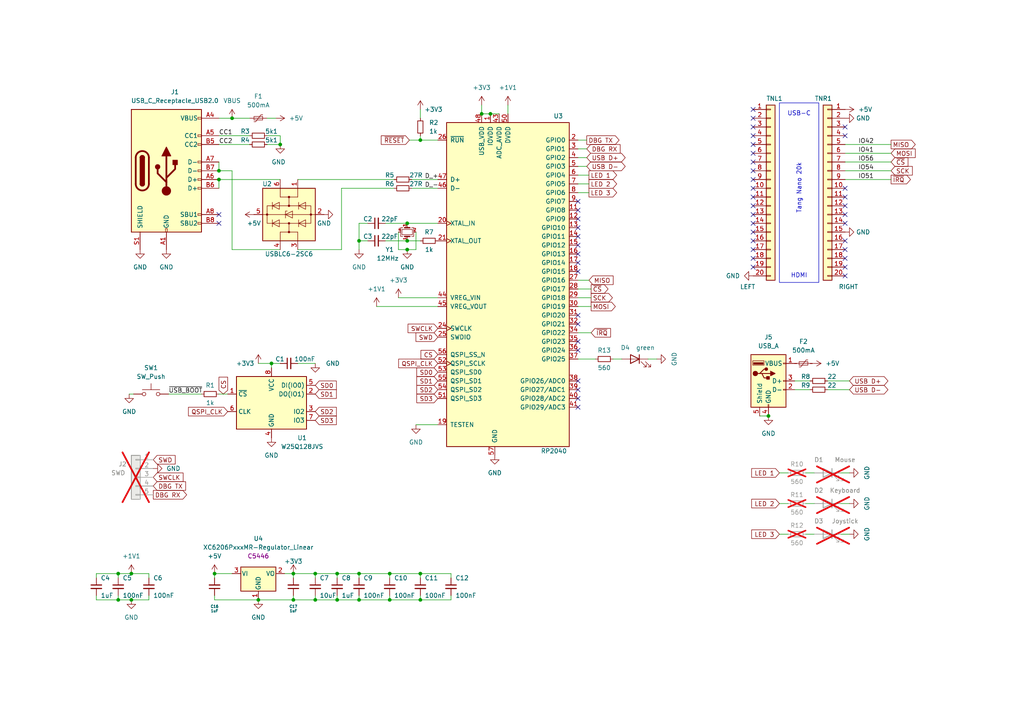
<source format=kicad_sch>
(kicad_sch (version 20250114) (generator "eeschema") (generator_version "9.0")
  (paper "A4")
  (title_block (title "MiSTeryShield Lite") (date "2025-05-14") (rev "1.0") (company "Till Harbaum"))
  (lib_symbols
    (symbol "Connector:USB_A" (pin_names (offset 1.016))
      (property "Reference" "J" (at -5.08 11.43 0))
      (property "Value" "USB_A" (at -5.08 8.89 0))
      (symbol "USB_A_1_1"
        (pin passive line (at -2.54 -10.16 90) (length 2.54) (name "Shield") (number "5"))
        (pin power_in line (at 0 -10.16 90) (length 2.54) (name "GND") (number "4"))
        (pin power_in line (at 7.62 5.08 180) (length 2.54) (name "VBUS") (number "1"))
        (pin bidirectional line (at 7.62 0 180) (length 2.54) (name "D+") (number "3"))
        (pin bidirectional line (at 7.62 -2.54 180) (length 2.54) (name "D-") (number "2"))
      )
    )
    (symbol "Connector:USB_C_Receptacle_USB2.0" (pin_names (offset 1.016))
      (property "Reference" "J" (at -10.16 19.05 0))
      (property "Value" "USB_C_Receptacle_USB2.0" (at 19.05 19.05 0))
      (symbol "USB_C_Receptacle_USB2.0_1_1"
        (pin passive line (at -7.62 -22.86 90) (length 5.08) (name "SHIELD") (number "S1"))
        (pin passive line (at 0 -22.86 90) (length 5.08) (name "GND") (number "A1"))
        (pin passive line (at 0 -22.86 90) (length 5.08) (hide yes) (name "GND") (number "A12"))
        (pin passive line (at 0 -22.86 90) (length 5.08) (hide yes) (name "GND") (number "B1"))
        (pin passive line (at 0 -22.86 90) (length 5.08) (hide yes) (name "GND") (number "B12"))
        (pin passive line (at 15.24 15.24 180) (length 5.08) (name "VBUS") (number "A4"))
        (pin passive line (at 15.24 15.24 180) (length 5.08) (hide yes) (name "VBUS") (number "A9"))
        (pin passive line (at 15.24 15.24 180) (length 5.08) (hide yes) (name "VBUS") (number "B4"))
        (pin passive line (at 15.24 15.24 180) (length 5.08) (hide yes) (name "VBUS") (number "B9"))
        (pin bidirectional line (at 15.24 10.16 180) (length 5.08) (name "CC1") (number "A5"))
        (pin bidirectional line (at 15.24 7.62 180) (length 5.08) (name "CC2") (number "B5"))
        (pin bidirectional line (at 15.24 2.54 180) (length 5.08) (name "D-") (number "A7"))
        (pin bidirectional line (at 15.24 0 180) (length 5.08) (name "D-") (number "B7"))
        (pin bidirectional line (at 15.24 -2.54 180) (length 5.08) (name "D+") (number "A6"))
        (pin bidirectional line (at 15.24 -5.08 180) (length 5.08) (name "D+") (number "B6"))
        (pin bidirectional line (at 15.24 -12.7 180) (length 5.08) (name "SBU1") (number "A8"))
        (pin bidirectional line (at 15.24 -15.24 180) (length 5.08) (name "SBU2") (number "B8"))
      )
    )
    (symbol "Connector_Generic:Conn_01x05" (pin_names (offset 1.016) (hide yes))
      (property "Reference" "J" (at 0 7.62 0))
      (property "Value" "Conn_01x05" (at 0 -7.62 0))
      (symbol "Conn_01x05_1_1"
        (pin passive line (at -5.08 5.08 0) (length 3.81) (name "Pin_1") (number "1"))
        (pin passive line (at -5.08 2.54 0) (length 3.81) (name "Pin_2") (number "2"))
        (pin passive line (at -5.08 0 0) (length 3.81) (name "Pin_3") (number "3"))
        (pin passive line (at -5.08 -2.54 0) (length 3.81) (name "Pin_4") (number "4"))
        (pin passive line (at -5.08 -5.08 0) (length 3.81) (name "Pin_5") (number "5"))
      )
    )
    (symbol "Connector_Generic:Conn_01x20" (pin_names (offset 1.016) (hide yes))
      (property "Reference" "J" (at 0 25.4 0))
      (property "Value" "Conn_01x20" (at 0 -27.94 0))
      (symbol "Conn_01x20_1_1"
        (pin passive line (at -5.08 22.86 0) (length 3.81) (name "Pin_1") (number "1"))
        (pin passive line (at -5.08 20.32 0) (length 3.81) (name "Pin_2") (number "2"))
        (pin passive line (at -5.08 17.78 0) (length 3.81) (name "Pin_3") (number "3"))
        (pin passive line (at -5.08 15.24 0) (length 3.81) (name "Pin_4") (number "4"))
        (pin passive line (at -5.08 12.7 0) (length 3.81) (name "Pin_5") (number "5"))
        (pin passive line (at -5.08 10.16 0) (length 3.81) (name "Pin_6") (number "6"))
        (pin passive line (at -5.08 7.62 0) (length 3.81) (name "Pin_7") (number "7"))
        (pin passive line (at -5.08 5.08 0) (length 3.81) (name "Pin_8") (number "8"))
        (pin passive line (at -5.08 2.54 0) (length 3.81) (name "Pin_9") (number "9"))
        (pin passive line (at -5.08 0 0) (length 3.81) (name "Pin_10") (number "10"))
        (pin passive line (at -5.08 -2.54 0) (length 3.81) (name "Pin_11") (number "11"))
        (pin passive line (at -5.08 -5.08 0) (length 3.81) (name "Pin_12") (number "12"))
        (pin passive line (at -5.08 -7.62 0) (length 3.81) (name "Pin_13") (number "13"))
        (pin passive line (at -5.08 -10.16 0) (length 3.81) (name "Pin_14") (number "14"))
        (pin passive line (at -5.08 -12.7 0) (length 3.81) (name "Pin_15") (number "15"))
        (pin passive line (at -5.08 -15.24 0) (length 3.81) (name "Pin_16") (number "16"))
        (pin passive line (at -5.08 -17.78 0) (length 3.81) (name "Pin_17") (number "17"))
        (pin passive line (at -5.08 -20.32 0) (length 3.81) (name "Pin_18") (number "18"))
        (pin passive line (at -5.08 -22.86 0) (length 3.81) (name "Pin_19") (number "19"))
        (pin passive line (at -5.08 -25.4 0) (length 3.81) (name "Pin_20") (number "20"))
      )
    )
    (symbol "Device:C_Small" (pin_numbers (hide yes)) (pin_names (offset 0.254) (hide yes))
      (property "Reference" "C" (at 0.254 1.778 0))
      (property "Value" "C_Small" (at 0.254 -2.032 0))
      (symbol "C_Small_1_1"
        (pin passive line (at 0 2.54 270) (length 2.032) (name "~") (number "1"))
        (pin passive line (at 0 -2.54 90) (length 2.032) (name "~") (number "2"))
      )
    )
    (symbol "Device:Crystal_GND24_Small" (pin_names (offset 1.016) (hide yes))
      (property "Reference" "Y" (at 1.27 4.445 0))
      (property "Value" "Crystal_GND24_Small" (at 1.27 2.54 0))
      (symbol "Crystal_GND24_Small_1_1"
        (pin passive line (at -2.54 0 0) (length 1.27) (name "1") (number "1"))
        (pin passive line (at 0 2.54 270) (length 0.635) (name "4") (number "4"))
        (pin passive line (at 0 -2.54 90) (length 0.635) (name "2") (number "2"))
        (pin passive line (at 2.54 0 180) (length 1.27) (name "3") (number "3"))
      )
    )
    (symbol "Device:LED" (pin_numbers (hide yes)) (pin_names (offset 1.016) (hide yes))
      (property "Reference" "D" (at 0 2.54 0))
      (property "Value" "LED" (at 0 -2.54 0))
      (symbol "LED_1_1"
        (pin passive line (at -3.81 0 0) (length 2.54) (name "K") (number "1"))
        (pin passive line (at 3.81 0 180) (length 2.54) (name "A") (number "2"))
      )
    )
    (symbol "Device:Polyfuse_Small" (pin_numbers (hide yes)) (pin_names (offset 0))
      (property "Reference" "F" (at -1.905 0 90))
      (property "Value" "Polyfuse_Small" (at 1.905 0 90))
      (symbol "Polyfuse_Small_1_1"
        (pin passive line (at 0 2.54 270) (length 0.635) (name "~") (number "1"))
        (pin passive line (at 0 -2.54 90) (length 0.635) (name "~") (number "2"))
      )
    )
    (symbol "Device:R_Small" (pin_numbers (hide yes)) (pin_names (offset 0.254) (hide yes))
      (property "Reference" "R" (at 0.762 0.508 0))
      (property "Value" "R_Small" (at 0.762 -1.016 0))
      (symbol "R_Small_1_1"
        (pin passive line (at 0 2.54 270) (length 0.762) (name "~") (number "1"))
        (pin passive line (at 0 -2.54 90) (length 0.762) (name "~") (number "2"))
      )
    )
    (symbol "Memory_Flash:W25Q128JVS"
      (property "Reference" "U" (at -8.89 8.89 0))
      (property "Value" "W25Q128JVS" (at 7.62 8.89 0))
      (symbol "W25Q128JVS_1_1"
        (pin input line (at -12.7 2.54 0) (length 2.54) (name "~{CS}") (number "1"))
        (pin input line (at -12.7 -2.54 0) (length 2.54) (name "CLK") (number "6"))
        (pin power_in line (at 0 10.16 270) (length 2.54) (name "VCC") (number "8"))
        (pin power_in line (at 0 -10.16 90) (length 2.54) (name "GND") (number "4"))
        (pin bidirectional line (at 12.7 5.08 180) (length 2.54) (name "DI(IO0)") (number "5"))
        (pin bidirectional line (at 12.7 2.54 180) (length 2.54) (name "DO(IO1)") (number "2"))
        (pin bidirectional line (at 12.7 -2.54 180) (length 2.54) (name "IO2") (number "3"))
        (pin bidirectional line (at 12.7 -5.08 180) (length 2.54) (name "IO3") (number "7"))
      )
    )
    (symbol "Power_Protection:USBLC6-2SC6" (pin_names (hide yes))
      (property "Reference" "U" (at 2.54 8.89 0))
      (property "Value" "USBLC6-2SC6" (at 2.54 -8.89 0))
      (symbol "USBLC6-2SC6_1_1"
        (pin passive line (at -10.16 2.54 0) (length 2.54) (name "I/O1") (number "6"))
        (pin passive line (at -10.16 -2.54 0) (length 2.54) (name "I/O1") (number "1"))
        (pin passive line (at 0 10.16 270) (length 2.54) (name "VBUS") (number "5"))
        (pin passive line (at 0 -10.16 90) (length 2.54) (name "GND") (number "2"))
        (pin passive line (at 10.16 2.54 180) (length 2.54) (name "I/O2") (number "4"))
        (pin passive line (at 10.16 -2.54 180) (length 2.54) (name "I/O2") (number "3"))
      )
    )
    (symbol "Sleep-lib:RP2040" (pin_names (offset 1.016))
      (property "Reference" "U" (at 8.89 51.435 0))
      (property "Value" "RP2040" (at 8.89 48.895 0))
      (symbol "RP2040_1_1"
        (pin input line (at -20.32 43.18 0) (length 2.54) (name "~{RUN}") (number "26"))
        (pin bidirectional line (at -20.32 31.75 0) (length 2.54) (name "D+") (number "47"))
        (pin bidirectional line (at -20.32 29.21 0) (length 2.54) (name "D-") (number "46"))
        (pin input clock (at -20.32 19.05 0) (length 2.54) (name "XTAL_IN") (number "20"))
        (pin input clock (at -20.32 13.97 0) (length 2.54) (name "XTAL_OUT") (number "21"))
        (pin power_in line (at -20.32 -2.54 0) (length 2.54) (name "VREG_VIN") (number "44"))
        (pin power_out line (at -20.32 -5.08 0) (length 2.54) (name "VREG_VOUT") (number "45"))
        (pin input clock (at -20.32 -11.43 0) (length 2.54) (name "SWCLK") (number "24"))
        (pin bidirectional line (at -20.32 -13.97 0) (length 2.54) (name "SWDIO") (number "25"))
        (pin bidirectional line (at -20.32 -19.05 0) (length 2.54) (name "QSPI_SS_N") (number "56"))
        (pin input clock (at -20.32 -21.59 0) (length 2.54) (name "QSPI_SCLK") (number "52"))
        (pin bidirectional line (at -20.32 -24.13 0) (length 2.54) (name "QSPI_SD0") (number "53"))
        (pin bidirectional line (at -20.32 -26.67 0) (length 2.54) (name "QSPI_SD1") (number "55"))
        (pin bidirectional line (at -20.32 -29.21 0) (length 2.54) (name "QSPI_SD2") (number "54"))
        (pin bidirectional line (at -20.32 -31.75 0) (length 2.54) (name "QSPI_SD3") (number "51"))
        (pin input line (at -20.32 -39.37 0) (length 2.54) (name "TESTEN") (number "19"))
        (pin power_in line (at -7.62 50.8 270) (length 2.54) (name "USB_VDD") (number "48"))
        (pin power_in line (at -5.08 50.8 270) (length 2.54) (name "IOVDD") (number "1"))
        (pin power_in line (at -5.08 50.8 270) (length 2.54) (hide yes) (name "IOVDD") (number "10"))
        (pin power_in line (at -5.08 50.8 270) (length 2.54) (hide yes) (name "IOVDD") (number "22"))
        (pin power_in line (at -5.08 50.8 270) (length 2.54) (hide yes) (name "IOVDD") (number "33"))
        (pin power_in line (at -5.08 50.8 270) (length 2.54) (hide yes) (name "IOVDD") (number "42"))
        (pin power_in line (at -5.08 50.8 270) (length 2.54) (hide yes) (name "IOVDD") (number "49"))
        (pin power_in line (at -3.81 -48.26 90) (length 2.54) (name "GND") (number "57"))
        (pin power_in line (at -2.54 50.8 270) (length 2.54) (name "ADC_AVDD") (number "43"))
        (pin power_in line (at 0 50.8 270) (length 2.54) (hide yes) (name "DVDD") (number "23"))
        (pin power_in line (at 0 50.8 270) (length 2.54) (name "DVDD") (number "50"))
        (pin input line (at 20.32 43.18 180) (length 2.54) (name "GPIO0") (number "2"))
        (pin input line (at 20.32 40.64 180) (length 2.54) (name "GPIO1") (number "3"))
        (pin input line (at 20.32 38.1 180) (length 2.54) (name "GPIO2") (number "4"))
        (pin input line (at 20.32 35.56 180) (length 2.54) (name "GPIO3") (number "5"))
        (pin input line (at 20.32 33.02 180) (length 2.54) (name "GPIO4") (number "6"))
        (pin input line (at 20.32 30.48 180) (length 2.54) (name "GPIO5") (number "7"))
        (pin input line (at 20.32 27.94 180) (length 2.54) (name "GPIO6") (number "8"))
        (pin input line (at 20.32 25.4 180) (length 2.54) (name "GPIO7") (number "9"))
        (pin input line (at 20.32 22.86 180) (length 2.54) (name "GPIO8") (number "11"))
        (pin input line (at 20.32 20.32 180) (length 2.54) (name "GPIO9") (number "12"))
        (pin input line (at 20.32 17.78 180) (length 2.54) (name "GPIO10") (number "13"))
        (pin input line (at 20.32 15.24 180) (length 2.54) (name "GPIO11") (number "14"))
        (pin input line (at 20.32 12.7 180) (length 2.54) (name "GPIO12") (number "15"))
        (pin input line (at 20.32 10.16 180) (length 2.54) (name "GPIO13") (number "16"))
        (pin input line (at 20.32 7.62 180) (length 2.54) (name "GPIO14") (number "17"))
        (pin input line (at 20.32 5.08 180) (length 2.54) (name "GPIO15") (number "18"))
        (pin input line (at 20.32 2.54 180) (length 2.54) (name "GPIO16") (number "27"))
        (pin input line (at 20.32 0 180) (length 2.54) (name "GPIO17") (number "28"))
        (pin input line (at 20.32 -2.54 180) (length 2.54) (name "GPIO18") (number "29"))
        (pin input line (at 20.32 -5.08 180) (length 2.54) (name "GPIO19") (number "30"))
        (pin input line (at 20.32 -7.62 180) (length 2.54) (name "GPIO20") (number "31"))
        (pin input line (at 20.32 -10.16 180) (length 2.54) (name "GPIO21") (number "32"))
        (pin input line (at 20.32 -12.7 180) (length 2.54) (name "GPIO22") (number "34"))
        (pin input line (at 20.32 -15.24 180) (length 2.54) (name "GPIO23") (number "35"))
        (pin input line (at 20.32 -17.78 180) (length 2.54) (name "GPIO24") (number "36"))
        (pin input line (at 20.32 -20.32 180) (length 2.54) (name "GPIO25") (number "37"))
        (pin input line (at 20.32 -26.67 180) (length 2.54) (name "GPIO26/ADC0") (number "38"))
        (pin input line (at 20.32 -29.21 180) (length 2.54) (name "GPIO27/ADC1") (number "39"))
        (pin input line (at 20.32 -31.75 180) (length 2.54) (name "GPIO28/ADC2") (number "40"))
        (pin input line (at 20.32 -34.29 180) (length 2.54) (name "GPIO29/ADC3") (number "41"))
      )
    )
    (symbol "Switch:SW_Push" (pin_numbers (hide yes)) (pin_names (offset 1.016) (hide yes))
      (property "Reference" "SW" (at 1.27 2.54 0))
      (property "Value" "SW_Push" (at 0 -1.524 0))
      (symbol "SW_Push_0_1"
        (pin passive line (at -5.08 0 0) (length 2.54) (name "1") (number "1"))
        (pin passive line (at 5.08 0 180) (length 2.54) (name "2") (number "2"))
      )
    )
    (symbol "kicad-keyboard-parts:XC6206PxxxMR-Regulator_Linear" (pin_names (offset 0.254))
      (property "Reference" "U" (at -3.81 3.175 0))
      (property "Value" "XC6206PxxxMR-Regulator_Linear" (at 0 3.175 0))
      (property "LCSC" "C5446" (at 0 0 0))
      (symbol "XC6206PxxxMR-Regulator_Linear_1_1"
        (pin power_in line (at -7.62 0 0) (length 2.54) (name "VI") (number "3"))
        (pin power_in line (at 0 -7.62 90) (length 2.54) (name "GND") (number "1"))
        (pin power_out line (at 7.62 0 180) (length 2.54) (name "VO") (number "2"))
      )
    )
    (symbol "power:+1V1" (power) (pin_names (offset 0))
      (property "Value" "+1V1" (at 0 3.556 0))
      (symbol "+1V1_1_1"
        (pin power_in line (at 0 0 90) (length 0) (hide yes) (name "+1V1") (number "1"))
      )
    )
    (symbol "power:+3.3V" (power) (pin_names (offset 0))
      (property "Value" "+3.3V" (at 0 3.556 0))
      (symbol "+3.3V_1_1"
        (pin power_in line (at 0 0 90) (length 0) (hide yes) (name "+3V3") (number "1"))
      )
    )
    (symbol "power:+3V3" (power) (pin_names (offset 0))
      (property "Value" "+3V3" (at 0 3.556 0))
      (symbol "+3V3_1_1"
        (pin power_in line (at 0 0 90) (length 0) (hide yes) (name "+3V3") (number "1"))
      )
    )
    (symbol "power:+5V" (power) (pin_names (offset 0))
      (property "Value" "+5V" (at 0 3.556 0))
      (symbol "+5V_1_1"
        (pin power_in line (at 0 0 90) (length 0) (hide yes) (name "+5V") (number "1"))
      )
    )
    (symbol "power:GND" (power) (pin_names (offset 0))
      (property "Value" "GND" (at 0 -3.81 0))
      (symbol "GND_1_1"
        (pin power_in line (at 0 0 270) (length 0) (hide yes) (name "GND") (number "1"))
      )
    )
    (symbol "power:VBUS" (power) (pin_names (offset 0))
      (property "Value" "VBUS" (at 0 3.81 0))
      (symbol "VBUS_1_1"
        (pin power_in line (at 0 0 90) (length 0) (hide yes) (name "VBUS") (number "1"))
      )
    )
  )
  (rectangle (start 226.06 29.845) (end 237.49 81.915))
  (text "USB-C" (at 231.775 33.02 0) (effects (font (size 1.27 1.27))))
  (text "Tang Nano 20k" (at 231.775 54.61 90) (effects (font (size 1.27 1.27))))
  (text "HDMI" (at 231.775 80.01 0) (effects (font (size 1.27 1.27))))
  (junction (at 118.11 72.39))
  (junction (at 118.11 69.85))
  (junction (at 142.24 33.02))
  (junction (at 104.14 173.99))
  (junction (at 121.92 173.99))
  (junction (at 121.92 166.37))
  (junction (at 121.92 40.64))
  (junction (at 85.09 173.99))
  (junction (at 63.5 52.07))
  (junction (at 78.74 105.41))
  (junction (at 97.79 166.37))
  (junction (at 63.5 49.53))
  (junction (at 104.14 166.37))
  (junction (at 34.29 166.37))
  (junction (at 81.28 41.91))
  (junction (at 91.44 173.99))
  (junction (at 104.14 69.85))
  (junction (at 85.09 166.37) (diameter 0.9144))
  (junction (at 67.31 34.29))
  (junction (at 97.79 173.99))
  (junction (at 91.44 166.37))
  (junction (at 113.03 166.37))
  (junction (at 139.7 33.02))
  (junction (at 113.03 173.99))
  (junction (at 34.29 173.99))
  (junction (at 74.93 173.99) (diameter 0.9144))
  (junction (at 38.1 166.37))
  (junction (at 118.11 64.77))
  (junction (at 38.1 173.99))
  (junction (at 222.885 120.65))
  (junction (at 62.23 166.37) (diameter 0.9144))
  (no_connect (at 218.44 69.85))
  (no_connect (at 167.64 71.12))
  (no_connect (at 167.64 78.74))
  (no_connect (at 218.44 34.29))
  (no_connect (at 245.11 62.23))
  (no_connect (at 167.64 113.03))
  (no_connect (at 167.64 101.6))
  (no_connect (at 167.64 110.49))
  (no_connect (at 218.44 31.75))
  (no_connect (at 167.64 76.2))
  (no_connect (at 245.11 80.01))
  (no_connect (at 167.64 66.04))
  (no_connect (at 245.11 64.77))
  (no_connect (at 218.44 57.15))
  (no_connect (at 167.64 58.42))
  (no_connect (at 167.64 118.11))
  (no_connect (at 218.44 52.07))
  (no_connect (at 245.11 74.93))
  (no_connect (at 218.44 59.69))
  (no_connect (at 218.44 64.77))
  (no_connect (at 63.5 64.77))
  (no_connect (at 63.5 62.23))
  (no_connect (at 218.44 49.53))
  (no_connect (at 218.44 72.39))
  (no_connect (at 167.64 63.5))
  (no_connect (at 245.11 59.69))
  (no_connect (at 245.11 39.37))
  (no_connect (at 167.64 73.66))
  (no_connect (at 245.11 36.83))
  (no_connect (at 218.44 67.31))
  (no_connect (at 167.64 91.44))
  (no_connect (at 167.64 99.06))
  (no_connect (at 218.44 39.37))
  (no_connect (at 218.44 46.99))
  (no_connect (at 245.11 69.85))
  (no_connect (at 245.11 54.61))
  (no_connect (at 167.64 60.96))
  (no_connect (at 218.44 62.23))
  (no_connect (at 218.44 36.83))
  (no_connect (at 167.64 115.57))
  (no_connect (at 245.11 77.47))
  (no_connect (at 245.11 72.39))
  (no_connect (at 218.44 74.93))
  (no_connect (at 218.44 44.45))
  (no_connect (at 218.44 41.91))
  (no_connect (at 167.64 93.98))
  (no_connect (at 218.44 77.47))
  (no_connect (at 245.11 57.15))
  (no_connect (at 218.44 54.61))
  (no_connect (at 167.64 68.58))
  (wire (pts (xy 245.11 46.99) (xy 258.445 46.99)))
  (wire (pts (xy 240.03 113.03) (xy 246.38 113.03)))
  (wire (pts (xy 113.03 166.37) (xy 121.92 166.37)))
  (wire (pts (xy 121.92 166.37) (xy 121.92 167.64)))
  (wire (pts (xy 111.76 69.85) (xy 118.11 69.85)))
  (wire (pts (xy 118.11 69.85) (xy 121.92 69.85)))
  (wire (pts (xy 97.79 172.72) (xy 97.79 173.99)))
  (wire (pts (xy 121.92 166.37) (xy 130.81 166.37)))
  (wire (pts (xy 104.14 69.85) (xy 104.14 72.39)))
  (wire (pts (xy 77.47 34.29) (xy 80.01 34.29)))
  (wire (pts (xy 62.23 166.37) (xy 67.31 166.37)))
  (wire (pts (xy 119.38 52.07) (xy 127 52.07)))
  (wire (pts (xy 167.64 55.88) (xy 170.815 55.88)))
  (wire (pts (xy 99.06 72.39) (xy 99.06 54.61)))
  (wire (pts (xy 63.5 39.37) (xy 72.39 39.37)))
  (wire (pts (xy 233.68 154.94) (xy 236.22 154.94)))
  (wire (pts (xy 62.23 172.72) (xy 62.23 173.99)))
  (wire (pts (xy 167.64 81.28) (xy 170.815 81.28)))
  (wire (pts (xy 67.31 72.39) (xy 81.28 72.39)))
  (wire (pts (xy 115.57 67.31) (xy 115.57 72.39)))
  (wire (pts (xy 115.57 72.39) (xy 118.11 72.39)))
  (wire (pts (xy 99.06 54.61) (xy 114.3 54.61)))
  (wire (pts (xy 226.06 146.05) (xy 228.6 146.05)))
  (wire (pts (xy 34.29 172.72) (xy 34.29 173.99)))
  (wire (pts (xy 240.03 110.49) (xy 246.38 110.49)))
  (wire (pts (xy 139.7 33.02) (xy 142.24 33.02)))
  (wire (pts (xy 142.24 33.02) (xy 144.78 33.02)))
  (wire (pts (xy 91.44 166.37) (xy 97.79 166.37)))
  (wire (pts (xy 120.65 72.39) (xy 118.11 72.39)))
  (wire (pts (xy 120.65 67.31) (xy 120.65 72.39)))
  (wire (pts (xy 85.09 166.37) (xy 91.44 166.37)))
  (wire (pts (xy 104.14 69.85) (xy 106.68 69.85)))
  (wire (pts (xy 106.68 64.77) (xy 104.14 64.77)))
  (wire (pts (xy 104.14 64.77) (xy 104.14 69.85)))
  (wire (pts (xy 77.47 39.37) (xy 81.28 39.37)))
  (wire (pts (xy 81.28 39.37) (xy 81.28 41.91)))
  (wire (pts (xy 167.64 45.72) (xy 170.18 45.72)))
  (wire (pts (xy 97.79 166.37) (xy 97.79 167.64)))
  (wire (pts (xy 115.57 86.36) (xy 127 86.36)))
  (wire (pts (xy 243.84 154.94) (xy 246.38 154.94)))
  (wire (pts (xy 74.93 173.99) (xy 62.23 173.99)))
  (wire (pts (xy 226.06 154.94) (xy 228.6 154.94)))
  (wire (pts (xy 120.65 123.19) (xy 127 123.19)))
  (wire (pts (xy 86.36 52.07) (xy 114.3 52.07)))
  (wire (pts (xy 113.03 173.99) (xy 121.92 173.99)))
  (wire (pts (xy 121.92 173.99) (xy 121.92 172.72)))
  (wire (pts (xy 74.93 105.41) (xy 78.74 105.41)))
  (wire (pts (xy 245.11 49.53) (xy 258.445 49.53)))
  (wire (pts (xy 86.36 105.41) (xy 91.44 105.41)))
  (wire (pts (xy 130.81 166.37) (xy 130.81 167.64)))
  (wire (pts (xy 37.465 114.3) (xy 38.735 114.3)))
  (wire (pts (xy 245.11 44.45) (xy 258.445 44.45)))
  (wire (pts (xy 167.64 83.82) (xy 171.45 83.82)))
  (wire (pts (xy 130.81 172.72) (xy 130.81 173.99)))
  (wire (pts (xy 187.96 104.14) (xy 190.5 104.14)))
  (wire (pts (xy 104.14 172.72) (xy 104.14 173.99)))
  (wire (pts (xy 38.1 173.99) (xy 43.18 173.99)))
  (wire (pts (xy 43.18 173.99) (xy 43.18 172.72)))
  (wire (pts (xy 85.09 173.99) (xy 91.44 173.99)))
  (wire (pts (xy 245.11 41.91) (xy 258.445 41.91)))
  (wire (pts (xy 233.68 137.16) (xy 236.22 137.16)))
  (wire (pts (xy 167.64 40.64) (xy 170.18 40.64)))
  (wire (pts (xy 220.345 120.65) (xy 222.885 120.65)))
  (wire (pts (xy 167.64 48.26) (xy 170.18 48.26)))
  (wire (pts (xy 245.11 52.07) (xy 258.445 52.07)))
  (wire (pts (xy 85.09 166.37) (xy 85.09 167.64)))
  (wire (pts (xy 243.84 137.16) (xy 246.38 137.16)))
  (wire (pts (xy 104.14 166.37) (xy 97.79 166.37)))
  (wire (pts (xy 104.14 166.37) (xy 104.14 167.64)))
  (wire (pts (xy 97.79 173.99) (xy 104.14 173.99)))
  (wire (pts (xy 113.03 173.99) (xy 113.03 172.72)))
  (wire (pts (xy 234.95 110.49) (xy 230.505 110.49)))
  (wire (pts (xy 86.36 72.39) (xy 99.06 72.39)))
  (wire (pts (xy 113.03 166.37) (xy 113.03 167.64)))
  (wire (pts (xy 78.74 105.41) (xy 78.74 106.68)))
  (wire (pts (xy 121.92 173.99) (xy 130.81 173.99)))
  (wire (pts (xy 63.5 46.99) (xy 63.5 49.53)))
  (wire (pts (xy 121.92 39.37) (xy 121.92 40.64)))
  (wire (pts (xy 38.1 166.37) (xy 43.18 166.37)))
  (wire (pts (xy 43.18 166.37) (xy 43.18 167.64)))
  (wire (pts (xy 167.64 88.9) (xy 171.45 88.9)))
  (wire (pts (xy 147.32 30.48) (xy 147.32 33.02)))
  (wire (pts (xy 27.94 173.99) (xy 34.29 173.99)))
  (wire (pts (xy 27.94 172.72) (xy 27.94 173.99)))
  (wire (pts (xy 167.64 50.8) (xy 170.815 50.8)))
  (wire (pts (xy 34.29 166.37) (xy 34.29 167.64)))
  (wire (pts (xy 127 88.9) (xy 109.22 88.9)))
  (wire (pts (xy 91.44 172.72) (xy 91.44 173.99)))
  (wire (pts (xy 91.44 173.99) (xy 97.79 173.99)))
  (wire (pts (xy 177.8 104.14) (xy 180.34 104.14)))
  (wire (pts (xy 85.09 172.72) (xy 85.09 173.99)))
  (wire (pts (xy 74.93 173.99) (xy 85.09 173.99)))
  (wire (pts (xy 63.5 52.07) (xy 63.5 54.61)))
  (wire (pts (xy 226.06 137.16) (xy 228.6 137.16)))
  (wire (pts (xy 63.5 34.29) (xy 67.31 34.29)))
  (wire (pts (xy 67.31 34.29) (xy 72.39 34.29)))
  (wire (pts (xy 118.745 40.64) (xy 121.92 40.64)))
  (wire (pts (xy 121.92 40.64) (xy 127 40.64)))
  (wire (pts (xy 67.31 49.53) (xy 67.31 72.39)))
  (wire (pts (xy 48.895 114.3) (xy 58.42 114.3)))
  (wire (pts (xy 63.5 114.3) (xy 66.04 114.3)))
  (wire (pts (xy 63.5 41.91) (xy 72.39 41.91)))
  (wire (pts (xy 78.74 105.41) (xy 81.28 105.41)))
  (wire (pts (xy 77.47 41.91) (xy 81.28 41.91)))
  (wire (pts (xy 62.23 166.37) (xy 62.23 167.64)))
  (wire (pts (xy 139.7 30.48) (xy 139.7 33.02)))
  (wire (pts (xy 82.55 166.37) (xy 85.09 166.37)))
  (wire (pts (xy 167.64 96.52) (xy 171.45 96.52)))
  (wire (pts (xy 111.76 64.77) (xy 118.11 64.77)))
  (wire (pts (xy 234.95 113.03) (xy 230.505 113.03)))
  (wire (pts (xy 34.29 173.99) (xy 38.1 173.99)))
  (wire (pts (xy 34.29 166.37) (xy 27.94 166.37)))
  (wire (pts (xy 38.1 166.37) (xy 34.29 166.37)))
  (wire (pts (xy 27.94 166.37) (xy 27.94 167.64)))
  (wire (pts (xy 167.64 43.18) (xy 170.18 43.18)))
  (wire (pts (xy 167.64 86.36) (xy 171.45 86.36)))
  (wire (pts (xy 243.84 146.05) (xy 246.38 146.05)))
  (wire (pts (xy 91.44 167.64) (xy 91.44 166.37)))
  (wire (pts (xy 104.14 166.37) (xy 113.03 166.37)))
  (wire (pts (xy 167.64 104.14) (xy 172.72 104.14)))
  (wire (pts (xy 63.5 52.07) (xy 81.28 52.07)))
  (wire (pts (xy 104.14 173.99) (xy 113.03 173.99)))
  (wire (pts (xy 167.64 53.34) (xy 170.815 53.34)))
  (wire (pts (xy 119.38 54.61) (xy 127 54.61)))
  (wire (pts (xy 233.68 146.05) (xy 236.22 146.05)))
  (wire (pts (xy 67.31 49.53) (xy 63.5 49.53)))
  (wire (pts (xy 118.11 64.77) (xy 127 64.77)))
  (wire (pts (xy 121.92 31.75) (xy 121.92 34.29)))
  (label "CC1" (at 63.5 39.37 0))
  (label "IO54" (at 248.92 49.53 0))
  (label "IO51" (at 248.92 52.07 0))
  (label "IO42" (at 248.92 41.91 0))
  (label "D_-" (at 123.19 54.61 0))
  (label "CC2" (at 63.5 41.91 0))
  (label "D_+" (at 123.19 52.07 0))
  (label "~{USB_BOOT}" (at 48.895 114.3 0))
  (label "IO41" (at 248.92 44.45 0))
  (label "IO56" (at 248.92 46.99 0))
  (global_label "USB D-" (shape bidirectional) (at 246.38 113.03 0) (property "Intersheetrefs" "${INTERSHEET_REFS}" (effects (hide yes))))
  (global_label "SWCLK" (shape input) (at 127 95.25 180) (property "Intersheetrefs" "${INTERSHEET_REFS}" (effects (hide yes))))
  (global_label "DBG RX" (shape input) (at 170.18 43.18 0) (property "Intersheetrefs" "${INTERSHEET_REFS}" (effects (hide yes))))
  (global_label "USB D+" (shape bidirectional) (at 246.38 110.49 0) (property "Intersheetrefs" "${INTERSHEET_REFS}" (effects (hide yes))))
  (global_label "LED 1" (shape output) (at 170.815 50.8 0) (property "Intersheetrefs" "${INTERSHEET_REFS}" (effects (hide yes))))
  (global_label "QSPI_CLK" (shape input) (at 66.04 119.38 180) (property "Intersheetrefs" "${INTERSHEET_REFS}" (effects (hide yes))))
  (global_label "SD0" (shape input) (at 127 107.95 180) (property "Intersheetrefs" "${INTERSHEET_REFS}" (effects (hide yes))))
  (global_label "DBG TX" (shape input) (at 44.45 140.97 0) (property "Intersheetrefs" "${INTERSHEET_REFS}" (effects (hide yes))))
  (global_label "SWCLK" (shape input) (at 44.45 138.43 0) (property "Intersheetrefs" "${INTERSHEET_REFS}" (effects (hide yes))))
  (global_label "MISO" (shape input) (at 170.815 81.28 0) (property "Intersheetrefs" "${INTERSHEET_REFS}" (effects (hide yes))))
  (global_label "MOSI" (shape output) (at 171.45 88.9 0) (property "Intersheetrefs" "${INTERSHEET_REFS}" (effects (hide yes))))
  (global_label "MOSI" (shape input) (at 258.445 44.45 0) (property "Intersheetrefs" "${INTERSHEET_REFS}" (effects (hide yes))))
  (global_label "DBG TX" (shape output) (at 170.18 40.64 0) (property "Intersheetrefs" "${INTERSHEET_REFS}" (effects (hide yes))))
  (global_label "~{CS}" (shape output) (at 171.45 83.82 0) (property "Intersheetrefs" "${INTERSHEET_REFS}" (effects (hide yes))))
  (global_label "USB D-" (shape bidirectional) (at 170.18 48.26 0) (property "Intersheetrefs" "${INTERSHEET_REFS}" (effects (hide yes))))
  (global_label "SD1" (shape input) (at 127 110.49 180) (property "Intersheetrefs" "${INTERSHEET_REFS}" (effects (hide yes))))
  (global_label "CS" (shape input) (at 64.77 114.3 90) (property "Intersheetrefs" "${INTERSHEET_REFS}" (effects (hide yes))))
  (global_label "SCK" (shape output) (at 171.45 86.36 0) (property "Intersheetrefs" "${INTERSHEET_REFS}" (effects (hide yes))))
  (global_label "MISO" (shape output) (at 258.445 41.91 0) (property "Intersheetrefs" "${INTERSHEET_REFS}" (effects (hide yes))))
  (global_label "LED 2" (shape output) (at 170.815 53.34 0) (property "Intersheetrefs" "${INTERSHEET_REFS}" (effects (hide yes))))
  (global_label "~{IRQ}" (shape output) (at 258.445 52.07 0) (property "Intersheetrefs" "${INTERSHEET_REFS}" (effects (hide yes))))
  (global_label "CS" (shape input) (at 127 102.87 180) (property "Intersheetrefs" "${INTERSHEET_REFS}" (effects (hide yes))))
  (global_label "LED 1" (shape input) (at 226.06 137.16 180) (property "Intersheetrefs" "${INTERSHEET_REFS}" (effects (hide yes))))
  (global_label "LED 2" (shape input) (at 226.06 146.05 180) (property "Intersheetrefs" "${INTERSHEET_REFS}" (effects (hide yes))))
  (global_label "~{CS}" (shape input) (at 258.445 46.99 0) (property "Intersheetrefs" "${INTERSHEET_REFS}" (effects (hide yes))))
  (global_label "SWD" (shape input) (at 127 97.79 180) (property "Intersheetrefs" "${INTERSHEET_REFS}" (effects (hide yes))))
  (global_label "SD1" (shape input) (at 91.44 114.3 0) (property "Intersheetrefs" "${INTERSHEET_REFS}" (effects (hide yes))))
  (global_label "LED 3" (shape input) (at 226.06 154.94 180) (property "Intersheetrefs" "${INTERSHEET_REFS}" (effects (hide yes))))
  (global_label "SD3" (shape input) (at 127 115.57 180) (property "Intersheetrefs" "${INTERSHEET_REFS}" (effects (hide yes))))
  (global_label "~{IRQ}" (shape input) (at 171.45 96.52 0) (property "Intersheetrefs" "${INTERSHEET_REFS}" (effects (hide yes))))
  (global_label "USB D+" (shape bidirectional) (at 170.18 45.72 0) (property "Intersheetrefs" "${INTERSHEET_REFS}" (effects (hide yes))))
  (global_label "QSPI_CLK" (shape input) (at 127 105.41 180) (property "Intersheetrefs" "${INTERSHEET_REFS}" (effects (hide yes))))
  (global_label "SD2" (shape input) (at 127 113.03 180) (property "Intersheetrefs" "${INTERSHEET_REFS}" (effects (hide yes))))
  (global_label "SD2" (shape input) (at 91.44 119.38 0) (property "Intersheetrefs" "${INTERSHEET_REFS}" (effects (hide yes))))
  (global_label "LED 3" (shape output) (at 170.815 55.88 0) (property "Intersheetrefs" "${INTERSHEET_REFS}" (effects (hide yes))))
  (global_label "SD3" (shape input) (at 91.44 121.92 0) (property "Intersheetrefs" "${INTERSHEET_REFS}" (effects (hide yes))))
  (global_label "SWD" (shape input) (at 44.45 133.35 0) (property "Intersheetrefs" "${INTERSHEET_REFS}" (effects (hide yes))))
  (global_label "DBG RX" (shape output) (at 44.45 143.51 0) (property "Intersheetrefs" "${INTERSHEET_REFS}" (effects (hide yes))))
  (global_label "SCK" (shape input) (at 258.445 49.53 0) (property "Intersheetrefs" "${INTERSHEET_REFS}" (effects (hide yes))))
  (global_label "SD0" (shape input) (at 91.44 111.76 0) (property "Intersheetrefs" "${INTERSHEET_REFS}" (effects (hide yes))))
  (global_label "~{RESET}" (shape input) (at 118.745 40.64 180) (property "Intersheetrefs" "${INTERSHEET_REFS}" (effects (hide yes))))
  (symbol (lib_id "Device:R_Small") (at 74.93 41.91 90) (unit 1)
    (property "Reference" "R4" (at 71.12 40.64 90))
    (property "Value" "5k1" (at 78.74 40.64 90))
    (property "Footprint" "Resistor_SMD:R_0402_1005Metric" (effects (hide yes)))
    (property "LCSC" "C25905" (effects (hide yes)))
  )
  (symbol (lib_id "power:VBUS") (at 67.31 34.29 0) (unit 1)
    (property "Reference" "#PWR08" (effects (hide yes)))
    (property "Value" "VBUS" (at 67.31 29.21 0))
  )
  (symbol (lib_id "Device:C_Small") (at 130.81 170.18 0) (unit 1)
    (property "Reference" "C12" (at 132.08 167.6399 0) (effects (justify left)))
    (property "Value" "100nF" (at 132.08 172.7199 0) (effects (justify left)))
    (property "Footprint" "Capacitor_SMD:C_0402_1005Metric" (effects (hide yes)))
    (property "LCSC" "C1525" (effects (hide yes)))
  )
  (symbol (lib_id "power:GND") (at 40.64 72.39 0) (unit 1)
    (property "Reference" "#PWR014" (effects (hide yes)))
    (property "Value" "GND" (at 40.64 77.47 0))
  )
  (symbol (lib_id "power:+3V3") (at 74.93 105.41 0) (unit 1)
    (property "Reference" "#PWR01" (effects (hide yes)))
    (property "Value" "+3V3" (at 71.12 105.41 0))
  )
  (symbol (lib_id "Sleep-lib:RP2040") (at 147.32 83.82 0) (unit 1)
    (property "Reference" "U3" (at 161.925 33.655 0))
    (property "Value" "RP2040" (at 160.655 130.81 0))
    (property "Footprint" "Sleep-Lib:RP2040-QFN-56" (effects (hide yes)))
    (property "Datasheet" "https://datasheets.raspberrypi.com/rp2040/rp2040-datasheet.pdf" (effects (hide yes)))
    (property "LCSC" "C2040" (effects (hide yes)))
  )
  (symbol (lib_id "power:GND") (at 246.38 146.05 90) (unit 1)
    (property "Reference" "#PWR026" (effects (hide yes)))
    (property "Value" "GND" (at 251.46 146.05 0))
  )
  (symbol (lib_id "Device:Polyfuse_Small") (at 74.93 34.29 90) (unit 1)
    (property "Reference" "F1" (at 74.93 27.94 90))
    (property "Value" "500mA" (at 74.93 30.48 90))
    (property "Footprint" "Fuse:Fuse_1206_3216Metric" (effects (hide yes)))
    (property "LCSC" "C70076" (effects (hide yes)))
  )
  (symbol (lib_id "power:+5V") (at 80.01 34.29 270) (unit 1)
    (property "Reference" "#PWR09" (effects (hide yes)))
    (property "Value" "+5V" (at 83.82 34.2899 90) (effects (justify left)))
  )
  (symbol (lib_id "Device:C_Small") (at 91.44 170.18 0) (unit 1)
    (property "Reference" "C7" (at 92.71 167.6399 0) (effects (justify left)))
    (property "Value" "10uF" (at 92.71 172.7199 0) (effects (justify left)))
    (property "Footprint" "Capacitor_SMD:C_0402_1005Metric" (effects (hide yes)))
    (property "LCSC" "C15525" (effects (hide yes)))
  )
  (symbol (lib_id "Device:LED") (at 184.15 104.14 0) (mirror y) (unit 1)
    (property "Reference" "D4" (at 181.356 100.838 0))
    (property "Value" "green" (at 187.198 100.838 0))
    (property "Footprint" "LED_SMD:LED_0805_2012Metric" (effects (hide yes)))
    (property "Description" "Light emitting diode" (effects (hide yes)))
    (property "Sim.Pins" "1=K 2=A" (effects (hide yes)))
    (property "LCSC" "C2297" (effects (hide yes)))
  )
  (symbol (lib_id "power:GND") (at 118.11 72.39 0) (unit 1)
    (property "Reference" "#PWR013" (effects (hide yes)))
    (property "Value" "GND" (at 118.11 77.47 0))
  )
  (symbol (lib_id "power:+5V") (at 245.11 31.75 270) (unit 1)
    (property "Reference" "#PWR029" (effects (hide yes)))
    (property "Value" "+5V" (at 248.92 31.7499 90) (effects (justify left)))
  )
  (symbol (lib_id "power:GND") (at 190.5 104.14 90) (unit 1)
    (property "Reference" "#PWR036" (effects (hide yes)))
    (property "Value" "GND" (at 195.58 104.14 0))
  )
  (symbol (lib_id "Device:R_Small") (at 237.49 113.03 90) (unit 1)
    (property "Reference" "R9" (at 233.68 111.76 90))
    (property "Value" "22" (at 241.3 111.76 90))
    (property "Footprint" "Resistor_SMD:R_0603_1608Metric" (effects (hide yes)))
    (property "LCSC" "C1203" (effects (hide yes)))
  )
  (symbol (lib_id "power:GND") (at 143.51 132.08 0) (unit 1)
    (property "Reference" "#PWR032" (effects (hide yes)))
    (property "Value" "GND" (at 143.51 137.16 0))
  )
  (symbol (lib_id "power:GND") (at 78.74 127 0) (unit 1)
    (property "Reference" "#PWR011" (effects (hide yes)))
    (property "Value" "GND" (at 78.74 132.08 0))
  )
  (symbol (lib_id "Switch:SW_Push") (at 43.815 114.3 0) (unit 1)
    (property "Reference" "SW1" (at 43.815 106.68 0))
    (property "Value" "SW_Push" (at 43.815 109.22 0))
    (property "Footprint" "Button_Switch_SMD:SW_SPST_TL3342" (effects (hide yes)))
    (property "LCSC" "C318884" (effects (hide yes)))
  )
  (symbol (lib_id "Device:C_Small") (at 27.94 170.18 0) (unit 1)
    (property "Reference" "C4" (at 29.21 167.6399 0) (effects (justify left)))
    (property "Value" "1uF" (at 29.21 172.7199 0) (effects (justify left)))
    (property "Footprint" "Capacitor_SMD:C_0402_1005Metric" (effects (hide yes)))
    (property "LCSC" "C52923" (effects (hide yes)))
  )
  (symbol (lib_id "power:+3V3") (at 115.57 86.36 0) (unit 1)
    (property "Reference" "#PWR017" (effects (hide yes)))
    (property "Value" "+3V3" (at 115.57 81.28 0))
  )
  (symbol (lib_id "Device:Polyfuse_Small") (at 233.045 105.41 90) (unit 1)
    (property "Reference" "F2" (at 233.045 99.06 90))
    (property "Value" "500mA" (at 233.045 101.6 90))
    (property "Footprint" "Fuse:Fuse_1206_3216Metric" (effects (hide yes)))
    (property "LCSC" "C70076" (effects (hide yes)))
  )
  (symbol (lib_id "Device:R_Small") (at 237.49 110.49 90) (unit 1)
    (property "Reference" "R8" (at 233.68 109.22 90))
    (property "Value" "22" (at 241.3 109.22 90))
    (property "Footprint" "Resistor_SMD:R_0603_1608Metric" (effects (hide yes)))
    (property "LCSC" "C1203" (effects (hide yes)))
  )
  (symbol (lib_id "Device:C_Small") (at 83.82 105.41 90) (unit 1)
    (property "Reference" "C1" (at 82.5499 104.14 90) (effects (justify left)))
    (property "Value" "100nF" (at 91.4399 104.14 90) (effects (justify left)))
    (property "Footprint" "Capacitor_SMD:C_0402_1005Metric" (effects (hide yes)))
    (property "LCSC" "C1525" (effects (hide yes)))
  )
  (symbol (lib_id "Device:R_Small") (at 121.92 36.83 0) (unit 1)
    (property "Reference" "R2" (at 124.46 35.5599 0) (effects (justify left)))
    (property "Value" "1k" (at 124.46 38.0999 0) (effects (justify left)))
    (property "Footprint" "Resistor_SMD:R_0402_1005Metric" (effects (hide yes)))
    (property "LCSC" "C11702" (effects (hide yes)))
  )
  (symbol (lib_id "Device:C_Small") (at 109.22 69.85 90) (unit 1)
    (property "Reference" "C3" (at 106.68 68.58 90))
    (property "Value" "22pF" (at 113.03 68.58 90))
    (property "Footprint" "Capacitor_SMD:C_0402_1005Metric" (effects (hide yes)))
    (property "LCSC" "C1555" (effects (hide yes)))
  )
  (symbol (lib_id "Power_Protection:USBLC6-2SC6") (at 83.82 62.23 90) (mirror x) (unit 1)
    (property "Reference" "U2" (at 77.47 53.34 90))
    (property "Value" "USBLC6-2SC6" (at 83.82 73.66 90))
    (property "Footprint" "Package_TO_SOT_SMD:SOT-23-6" (effects (hide yes)))
    (property "Datasheet" "https://www.st.com/resource/en/datasheet/usblc6-2.pdf" (effects (hide yes)))
    (property "LCSC" "C2827654" (effects (hide yes)))
  )
  (symbol (lib_id "power:+3V3") (at 121.92 31.75 0) (unit 1)
    (property "Reference" "#PWR04" (effects (hide yes)))
    (property "Value" "+3V3" (at 125.73 31.75 0))
  )
  (symbol (lib_id "power:GND") (at 246.38 137.16 90) (unit 1)
    (property "Reference" "#PWR020" (effects (hide yes)))
    (property "Value" "GND" (at 251.46 137.16 0))
  )
  (symbol (lib_id "Device:C_Small") (at 85.09 170.18 180) (unit 1)
    (property "Reference" "C17" (at 85.09 175.895 0) (effects (font (size 0.762 0.762))))
    (property "Value" "1uF" (at 85.09 177.165 0) (effects (font (size 0.762 0.762))))
    (property "Footprint" "Capacitor_SMD:C_0402_1005Metric" (effects (hide yes)))
    (property "LCSC" "C52923" (effects (hide yes)))
  )
  (symbol (lib_id "Device:R_Small") (at 175.26 104.14 90) (unit 1)
    (property "Reference" "R13" (at 175.26 101.6 90))
    (property "Value" "560" (at 175.26 106.68 90))
    (property "Footprint" "Resistor_SMD:R_0402_1005Metric" (effects (hide yes)))
    (property "LCSC" "C163460" (effects (hide yes)))
  )
  (symbol (lib_id "Connector_Generic:Conn_01x05") (at 39.37 138.43 0) (mirror y) (unit 1) (in_bom no) (dnp yes)
    (property "Reference" "J2" (at 35.56 134.62 0))
    (property "Value" "SWD" (at 34.29 137.16 0))
    (property "Footprint" "Connector_PinSocket_2.54mm:PinSocket_1x05_P2.54mm_Vertical" (effects (hide yes)))
  )
  (symbol (lib_id "power:GND") (at 104.14 72.39 0) (unit 1)
    (property "Reference" "#PWR016" (effects (hide yes)))
    (property "Value" "GND" (at 104.14 77.47 0))
  )
  (symbol (lib_id "Connector_Generic:Conn_01x20") (at 240.03 54.61 0) (mirror y) (unit 1)
    (property "Reference" "TNR1" (at 241.3 28.575 0) (effects (justify left)))
    (property "Value" "RIGHT" (at 248.92 83.185 0) (effects (justify left)))
    (property "Footprint" "Connector_PinSocket_2.54mm:PinSocket_1x20_P2.54mm_Vertical" (effects (hide yes)))
    (property "Description" "Generic connector, single row, 01x20, script generated (kicad-library-utils/schlib/autogen/connector/)" (effects (hide yes)))
    (property "LCSC" "C5224030" (effects (hide yes)))
  )
  (symbol (lib_id "Connector_Generic:Conn_01x20") (at 223.52 54.61 0) (unit 1)
    (property "Reference" "TNL1" (at 222.25 28.575 0) (effects (justify left)))
    (property "Value" "LEFT" (at 214.63 83.185 0) (effects (justify left)))
    (property "Footprint" "Connector_PinSocket_2.54mm:PinSocket_1x20_P2.54mm_Vertical" (effects (hide yes)))
    (property "Description" "Generic connector, single row, 01x20, script generated (kicad-library-utils/schlib/autogen/connector/)" (effects (hide yes)))
    (property "LCSC" "C5224030" (effects (hide yes)))
  )
  (symbol (lib_id "Connector:USB_A") (at 222.885 110.49 0) (unit 1)
    (property "Reference" "J5" (at 222.885 97.79 0))
    (property "Value" "USB_A" (at 222.885 100.33 0))
    (property "Footprint" "Connector_USB:USB_A_Molex_67643_Horizontal" (effects (hide yes)))
    (property "Description" "USB Type A connector" (effects (hide yes)))
    (property "LCSC" "C2346" (effects (hide yes)))
  )
  (symbol (lib_id "power:GND") (at 245.11 67.31 90) (unit 1)
    (property "Reference" "#PWR033" (effects (hide yes)))
    (property "Value" "GND" (at 248.285 67.3099 90) (effects (justify right)))
  )
  (symbol (lib_id "power:+1V1") (at 109.22 88.9 0) (unit 1)
    (property "Reference" "#PWR018" (effects (hide yes)))
    (property "Value" "+1V1" (at 109.22 83.82 0))
  )
  (symbol (lib_id "Device:LED") (at 240.03 137.16 0) (mirror y) (unit 1) (dnp yes)
    (property "Reference" "D1" (at 237.49 133.35 0))
    (property "Value" "Mouse" (at 245.11 133.35 0))
    (property "Footprint" "LED_SMD:LED_0805_2012Metric" (effects (hide yes)))
    (property "Description" "Light emitting diode" (effects (hide yes)))
    (property "Sim.Pins" "1=K 2=A" (effects (hide yes)))
    (property "LCSC" "C2297" (effects (hide yes)))
  )
  (symbol (lib_id "Device:C_Small") (at 97.79 170.18 0) (unit 1)
    (property "Reference" "C8" (at 99.06 167.6399 0) (effects (justify left)))
    (property "Value" "1uF" (at 99.06 172.7199 0) (effects (justify left)))
    (property "Footprint" "Capacitor_SMD:C_0402_1005Metric" (effects (hide yes)))
    (property "LCSC" "C52923" (effects (hide yes)))
  )
  (symbol (lib_id "power:+5V") (at 62.23 166.37 0) (unit 1)
    (property "Reference" "#PWR023" (effects (hide yes)))
    (property "Value" "+5V" (at 62.23 161.29 0))
  )
  (symbol (lib_id "Device:R_Small") (at 231.14 137.16 90) (unit 1) (dnp yes)
    (property "Reference" "R10" (at 231.14 134.62 90))
    (property "Value" "560" (at 231.14 139.7 90))
    (property "Footprint" "Resistor_SMD:R_0805_2012Metric" (effects (hide yes)))
  )
  (symbol (lib_id "power:GND") (at 91.44 105.41 0) (unit 1)
    (property "Reference" "#PWR02" (effects (hide yes)))
    (property "Value" "GND" (at 96.52 105.41 0))
  )
  (symbol (lib_id "Device:C_Small") (at 109.22 64.77 90) (unit 1)
    (property "Reference" "C2" (at 106.68 63.5 90))
    (property "Value" "22pF" (at 113.03 63.5 90))
    (property "Footprint" "Capacitor_SMD:C_0402_1005Metric" (effects (hide yes)))
    (property "LCSC" "C1555" (effects (hide yes)))
  )
  (symbol (lib_id "Device:C_Small") (at 121.92 170.18 0) (unit 1)
    (property "Reference" "C11" (at 123.19 167.6399 0) (effects (justify left)))
    (property "Value" "100nF" (at 123.19 172.7199 0) (effects (justify left)))
    (property "Footprint" "Capacitor_SMD:C_0402_1005Metric" (effects (hide yes)))
    (property "LCSC" "C1525" (effects (hide yes)))
  )
  (symbol (lib_id "power:+5V") (at 235.585 105.41 270) (unit 1)
    (property "Reference" "#PWR028" (effects (hide yes)))
    (property "Value" "+5V" (at 239.395 105.4099 90) (effects (justify left)))
  )
  (symbol (lib_id "Device:C_Small") (at 113.03 170.18 0) (unit 1)
    (property "Reference" "C10" (at 114.3 167.6399 0) (effects (justify left)))
    (property "Value" "100nF" (at 114.3 172.7199 0) (effects (justify left)))
    (property "Footprint" "Capacitor_SMD:C_0402_1005Metric" (effects (hide yes)))
    (property "LCSC" "C1525" (effects (hide yes)))
  )
  (symbol (lib_id "Device:R_Small") (at 74.93 39.37 90) (unit 1)
    (property "Reference" "R3" (at 71.12 38.1 90))
    (property "Value" "5k1" (at 78.74 38.1 90))
    (property "Footprint" "Resistor_SMD:R_0402_1005Metric" (effects (hide yes)))
    (property "LCSC" "C25905" (effects (hide yes)))
  )
  (symbol (lib_id "Device:Crystal_GND24_Small") (at 118.11 67.31 90) (unit 1)
    (property "Reference" "Y1" (at 111.76 72.39 90) (effects (justify right)))
    (property "Value" "12MHz" (at 109.22 74.93 90) (effects (justify right)))
    (property "Footprint" "Crystal:Crystal_SMD_3225-4Pin_3.2x2.5mm" (effects (hide yes)))
    (property "LCSC" "C9002" (effects (hide yes)))
  )
  (symbol (lib_id "power:+3.3V") (at 85.09 166.37 0) (unit 1)
    (property "Reference" "#PWR024" (effects (hide yes)))
    (property "Value" "+3V3" (at 85.09 162.8226 0))
  )
  (symbol (lib_id "Device:R_Small") (at 231.14 146.05 90) (unit 1) (dnp yes)
    (property "Reference" "R11" (at 231.14 143.51 90))
    (property "Value" "560" (at 231.14 148.59 90))
    (property "Footprint" "Resistor_SMD:R_0805_2012Metric" (effects (hide yes)))
  )
  (symbol (lib_id "power:GND") (at 81.28 41.91 0) (unit 1)
    (property "Reference" "#PWR010" (effects (hide yes)))
    (property "Value" "GND" (at 78.74 46.99 0) (effects (justify left)))
  )
  (symbol (lib_id "Memory_Flash:W25Q128JVS") (at 78.74 116.84 0) (unit 1)
    (property "Reference" "U1" (at 87.63 127 0))
    (property "Value" "W25Q128JVS" (at 87.63 129.54 0))
    (property "Footprint" "Package_SO:SOIC-8_5.23x5.23mm_P1.27mm" (effects (hide yes)))
    (property "Datasheet" "http://www.winbond.com/resource-files/w25q128jv_dtr%20revc%2003272018%20plus.pdf" (effects (hide yes)))
    (property "LCSC" "C131025" (effects (hide yes)))
  )
  (symbol (lib_id "kicad-keyboard-parts:XC6206PxxxMR-Regulator_Linear") (at 74.93 166.37 0) (unit 1)
    (property "Reference" "U4" (at 74.93 156.21 0))
    (property "Value" "XC6206PxxxMR-Regulator_Linear" (at 74.93 158.75 0))
    (property "Footprint" "Package_TO_SOT_SMD:SOT-23" (effects (hide yes)))
    (property "Datasheet" "https://www.torexsemi.com/file/xc6206/XC6206.pdf" (effects (hide yes)))
    (property "LCSC" "C5446" (at 74.93 161.29 0))
  )
  (symbol (lib_id "power:GND") (at 48.26 72.39 0) (unit 1)
    (property "Reference" "#PWR015" (effects (hide yes)))
    (property "Value" "GND" (at 48.26 77.47 0))
  )
  (symbol (lib_id "Device:R_Small") (at 60.96 114.3 90) (unit 1)
    (property "Reference" "R1" (at 60.96 111.76 90))
    (property "Value" "1k" (at 60.96 116.84 90))
    (property "Footprint" "Resistor_SMD:R_0402_1005Metric" (effects (hide yes)))
    (property "LCSC" "C11702" (effects (hide yes)))
  )
  (symbol (lib_id "power:+5V") (at 73.66 62.23 90) (mirror x) (unit 1)
    (property "Reference" "#PWR03" (effects (hide yes)))
    (property "Value" "+5V" (at 73.66 64.77 90))
  )
  (symbol (lib_id "Device:R_Small") (at 116.84 52.07 90) (unit 1)
    (property "Reference" "R5" (at 113.03 50.8 90))
    (property "Value" "27R" (at 120.65 50.8 90))
    (property "Footprint" "Resistor_SMD:R_0603_1608Metric" (effects (hide yes)))
    (property "LCSC" "C25190" (effects (hide yes)))
  )
  (symbol (lib_id "power:GND") (at 37.465 114.3 0) (unit 1)
    (property "Reference" "#PWR07" (effects (hide yes)))
    (property "Value" "GND" (at 37.465 119.38 0))
  )
  (symbol (lib_id "Device:R_Small") (at 116.84 54.61 90) (unit 1)
    (property "Reference" "R6" (at 113.03 53.34 90))
    (property "Value" "27R" (at 120.65 53.34 90))
    (property "Footprint" "Resistor_SMD:R_0603_1608Metric" (effects (hide yes)))
    (property "LCSC" "C25190" (effects (hide yes)))
  )
  (symbol (lib_id "Device:LED") (at 240.03 146.05 0) (mirror y) (unit 1) (dnp yes)
    (property "Reference" "D2" (at 237.49 142.24 0))
    (property "Value" "Keyboard" (at 245.11 142.24 0))
    (property "Footprint" "LED_SMD:LED_0805_2012Metric" (effects (hide yes)))
    (property "Description" "Light emitting diode" (effects (hide yes)))
    (property "Sim.Pins" "1=K 2=A" (effects (hide yes)))
    (property "LCSC" "C2297" (effects (hide yes)))
  )
  (symbol (lib_id "power:+3V3") (at 139.7 30.48 0) (unit 1)
    (property "Reference" "#PWR05" (effects (hide yes)))
    (property "Value" "+3V3" (at 139.7 25.4 0))
  )
  (symbol (lib_id "power:GND") (at 218.44 80.01 270) (unit 1)
    (property "Reference" "#PWR034" (effects (hide yes)))
    (property "Value" "GND" (at 214.63 80.0099 90) (effects (justify right)))
  )
  (symbol (lib_id "Device:C_Small") (at 34.29 170.18 0) (unit 1)
    (property "Reference" "C5" (at 35.56 167.6399 0) (effects (justify left)))
    (property "Value" "100nF" (at 35.56 172.7199 0) (effects (justify left)))
    (property "Footprint" "Capacitor_SMD:C_0402_1005Metric" (effects (hide yes)))
    (property "LCSC" "C1525" (effects (hide yes)))
  )
  (symbol (lib_id "power:GND") (at 38.1 173.99 0) (unit 1)
    (property "Reference" "#PWR025" (effects (hide yes)))
    (property "Value" "GND" (at 38.1 179.07 0))
  )
  (symbol (lib_id "power:GND") (at 74.93 173.99 0) (unit 1)
    (property "Reference" "#PWR027" (effects (hide yes)))
    (property "Value" "GND" (at 74.93 179.07 0))
  )
  (symbol (lib_id "Connector:USB_C_Receptacle_USB2.0") (at 48.26 49.53 0) (unit 1)
    (property "Reference" "J1" (at 50.7365 26.67 0))
    (property "Value" "USB_C_Receptacle_USB2.0" (at 50.7365 29.21 0))
    (property "Footprint" "Connector_USB:USB_C_Receptacle_HRO_TYPE-C-31-M-12" (effects (hide yes)))
    (property "Datasheet" "https://www.usb.org/sites/default/files/documents/usb_type-c.zip" (effects (hide yes)))
    (property "LCSC" "C165948" (effects (hide yes)))
  )
  (symbol (lib_id "Device:C_Small") (at 104.14 170.18 0) (unit 1)
    (property "Reference" "C9" (at 105.41 167.6399 0) (effects (justify left)))
    (property "Value" "100nF" (at 105.41 172.7199 0) (effects (justify left)))
    (property "Footprint" "Capacitor_SMD:C_0402_1005Metric" (effects (hide yes)))
    (property "LCSC" "C1525" (effects (hide yes)))
  )
  (symbol (lib_id "power:GND") (at 120.65 123.19 0) (unit 1)
    (property "Reference" "#PWR031" (effects (hide yes)))
    (property "Value" "GND" (at 120.65 128.27 0))
  )
  (symbol (lib_id "Device:LED") (at 240.03 154.94 0) (mirror y) (unit 1) (dnp yes)
    (property "Reference" "D3" (at 237.49 151.13 0))
    (property "Value" "Joystick" (at 245.11 151.13 0))
    (property "Footprint" "LED_SMD:LED_0805_2012Metric" (effects (hide yes)))
    (property "Description" "Light emitting diode" (effects (hide yes)))
    (property "Sim.Pins" "1=K 2=A" (effects (hide yes)))
    (property "LCSC" "C2297" (effects (hide yes)))
  )
  (symbol (lib_id "Device:C_Small") (at 43.18 170.18 0) (unit 1)
    (property "Reference" "C6" (at 44.45 167.6399 0) (effects (justify left)))
    (property "Value" "100nF" (at 44.45 172.7199 0) (effects (justify left)))
    (property "Footprint" "Capacitor_SMD:C_0402_1005Metric" (effects (hide yes)))
    (property "LCSC" "C1525" (effects (hide yes)))
  )
  (symbol (lib_id "power:GND") (at 93.98 62.23 90) (mirror x) (unit 1)
    (property "Reference" "#PWR012" (effects (hide yes)))
    (property "Value" "GND" (at 93.98 64.77 90))
  )
  (symbol (lib_id "Device:C_Small") (at 62.23 170.18 180) (unit 1)
    (property "Reference" "C16" (at 62.23 175.895 0) (effects (font (size 0.762 0.762))))
    (property "Value" "1uF" (at 62.23 177.165 0) (effects (font (size 0.762 0.762))))
    (property "Footprint" "Capacitor_SMD:C_0402_1005Metric" (effects (hide yes)))
    (property "LCSC" "C52923" (effects (hide yes)))
  )
  (symbol (lib_id "power:GND") (at 245.11 34.29 90) (unit 1)
    (property "Reference" "#PWR030" (effects (hide yes)))
    (property "Value" "GND" (at 248.285 34.2899 90) (effects (justify right)))
  )
  (symbol (lib_id "Device:R_Small") (at 124.46 69.85 90) (unit 1)
    (property "Reference" "R7" (at 124.46 67.31 90))
    (property "Value" "1k" (at 124.46 72.39 90))
    (property "Footprint" "Resistor_SMD:R_0402_1005Metric" (effects (hide yes)))
    (property "LCSC" "C11702" (effects (hide yes)))
  )
  (symbol (lib_id "power:+1V1") (at 147.32 30.48 0) (unit 1)
    (property "Reference" "#PWR06" (effects (hide yes)))
    (property "Value" "+1V1" (at 147.32 25.4 0))
  )
  (symbol (lib_id "power:GND") (at 222.885 120.65 0) (unit 1)
    (property "Reference" "#PWR021" (effects (hide yes)))
    (property "Value" "GND" (at 222.885 125.73 0))
  )
  (symbol (lib_id "power:GND") (at 246.38 154.94 90) (unit 1)
    (property "Reference" "#PWR035" (effects (hide yes)))
    (property "Value" "GND" (at 251.46 154.94 0))
  )
  (symbol (lib_id "power:+1V1") (at 38.1 166.37 0) (unit 1)
    (property "Reference" "#PWR019" (effects (hide yes)))
    (property "Value" "+1V1" (at 38.1 161.29 0))
  )
  (symbol (lib_id "Device:R_Small") (at 231.14 154.94 90) (unit 1) (dnp yes)
    (property "Reference" "R12" (at 231.14 152.4 90))
    (property "Value" "560" (at 231.14 157.48 90))
    (property "Footprint" "Resistor_SMD:R_0805_2012Metric" (effects (hide yes)))
  )
  (symbol (lib_id "power:GND") (at 44.45 135.89 90) (unit 1)
    (property "Reference" "#PWR022" (effects (hide yes)))
    (property "Value" "GND" (at 48.26 135.8899 90) (effects (justify right)))
  )
)
</source>
